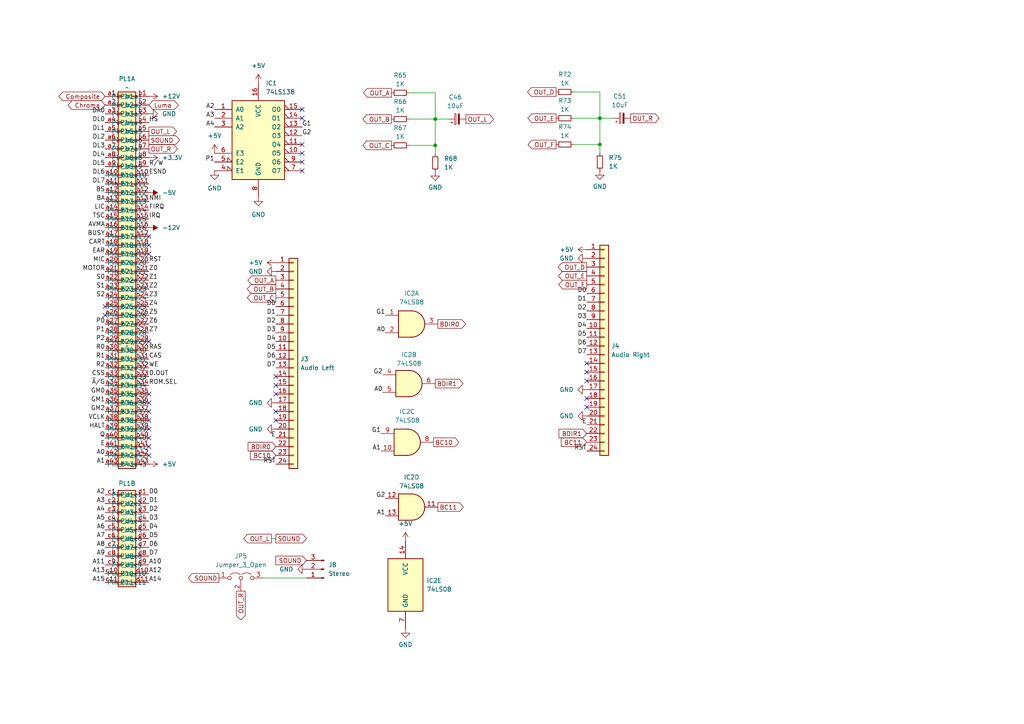
<source format=kicad_sch>
(kicad_sch (version 20250114) (generator "eeschema") (generator_version "9.0")
  (paper "A4")
  (lib_symbols
    (symbol "74xx:74LS08" (pin_names (offset 1.016))
      (property "Reference" "U" (at 0 1.27 0))
      (property "Value" "74LS08" (at 0 -1.27 0))
      (symbol "74LS08_1_1"
        (pin input line (at -7.62 2.54 0) (length 3.81) (name "~") (number "1"))
        (pin input line (at -7.62 -2.54 0) (length 3.81) (name "~") (number "2"))
        (pin output line (at 7.62 0 180) (length 3.81) (name "~") (number "3"))
      )
      (symbol "74LS08_1_2"
        (pin input inverted (at -7.62 2.54 0) (length 4.318) (name "~") (number "1"))
        (pin input inverted (at -7.62 -2.54 0) (length 4.318) (name "~") (number "2"))
        (pin output inverted (at 7.62 0 180) (length 3.81) (name "~") (number "3"))
      )
      (symbol "74LS08_2_1"
        (pin input line (at -7.62 2.54 0) (length 3.81) (name "~") (number "4"))
        (pin input line (at -7.62 -2.54 0) (length 3.81) (name "~") (number "5"))
        (pin output line (at 7.62 0 180) (length 3.81) (name "~") (number "6"))
      )
      (symbol "74LS08_2_2"
        (pin input inverted (at -7.62 2.54 0) (length 4.318) (name "~") (number "4"))
        (pin input inverted (at -7.62 -2.54 0) (length 4.318) (name "~") (number "5"))
        (pin output inverted (at 7.62 0 180) (length 3.81) (name "~") (number "6"))
      )
      (symbol "74LS08_3_1"
        (pin input line (at -7.62 2.54 0) (length 3.81) (name "~") (number "9"))
        (pin input line (at -7.62 -2.54 0) (length 3.81) (name "~") (number "10"))
        (pin output line (at 7.62 0 180) (length 3.81) (name "~") (number "8"))
      )
      (symbol "74LS08_3_2"
        (pin input inverted (at -7.62 2.54 0) (length 4.318) (name "~") (number "9"))
        (pin input inverted (at -7.62 -2.54 0) (length 4.318) (name "~") (number "10"))
        (pin output inverted (at 7.62 0 180) (length 3.81) (name "~") (number "8"))
      )
      (symbol "74LS08_4_1"
        (pin input line (at -7.62 2.54 0) (length 3.81) (name "~") (number "12"))
        (pin input line (at -7.62 -2.54 0) (length 3.81) (name "~") (number "13"))
        (pin output line (at 7.62 0 180) (length 3.81) (name "~") (number "11"))
      )
      (symbol "74LS08_4_2"
        (pin input inverted (at -7.62 2.54 0) (length 4.318) (name "~") (number "12"))
        (pin input inverted (at -7.62 -2.54 0) (length 4.318) (name "~") (number "13"))
        (pin output inverted (at 7.62 0 180) (length 3.81) (name "~") (number "11"))
      )
      (symbol "74LS08_5_0"
        (pin power_in line (at 0 12.7 270) (length 5.08) (name "VCC") (number "14"))
        (pin power_in line (at 0 -12.7 90) (length 5.08) (name "GND") (number "7"))
      )
    )
    (symbol "74xx:74LS138" (pin_names (offset 1.016))
      (property "Reference" "U" (at -7.62 11.43 0))
      (property "Value" "74LS138" (at -7.62 -13.97 0))
      (symbol "74LS138_1_0"
        (pin input line (at -12.7 7.62 0) (length 5.08) (name "A0") (number "1"))
        (pin input line (at -12.7 5.08 0) (length 5.08) (name "A1") (number "2"))
        (pin input line (at -12.7 2.54 0) (length 5.08) (name "A2") (number "3"))
        (pin input line (at -12.7 -5.08 0) (length 5.08) (name "E3") (number "6"))
        (pin input input_low (at -12.7 -7.62 0) (length 5.08) (name "E2") (number "5"))
        (pin input input_low (at -12.7 -10.16 0) (length 5.08) (name "E1") (number "4"))
        (pin power_in line (at 0 15.24 270) (length 5.08) (name "VCC") (number "16"))
        (pin power_in line (at 0 -17.78 90) (length 5.08) (name "GND") (number "8"))
        (pin output output_low (at 12.7 7.62 180) (length 5.08) (name "O0") (number "15"))
        (pin output output_low (at 12.7 5.08 180) (length 5.08) (name "O1") (number "14"))
        (pin output output_low (at 12.7 2.54 180) (length 5.08) (name "O2") (number "13"))
        (pin output output_low (at 12.7 0 180) (length 5.08) (name "O3") (number "12"))
        (pin output output_low (at 12.7 -2.54 180) (length 5.08) (name "O4") (number "11"))
        (pin output output_low (at 12.7 -5.08 180) (length 5.08) (name "O5") (number "10"))
        (pin output output_low (at 12.7 -7.62 180) (length 5.08) (name "O6") (number "9"))
        (pin output output_low (at 12.7 -10.16 180) (length 5.08) (name "O7") (number "7"))
      )
    )
    (symbol "Card_Edge_1"
      (symbol "Card_Edge_1_1_1"
        (pin passive line (at -6.35 53.34 0) (length 3.81) (name "Pin_a1") (number "a1"))
        (pin passive line (at -6.35 50.8 0) (length 3.81) (name "Pin_a2") (number "a2"))
        (pin passive line (at -6.35 48.26 0) (length 3.81) (name "Pin_a3") (number "a3"))
        (pin passive line (at -6.35 45.72 0) (length 3.81) (name "Pin_a4") (number "a4"))
        (pin passive line (at -6.35 43.18 0) (length 3.81) (name "Pin_a5") (number "a5"))
        (pin passive line (at -6.35 40.64 0) (length 3.81) (name "Pin_a6") (number "a6"))
        (pin passive line (at -6.35 38.1 0) (length 3.81) (name "Pin_a7") (number "a7"))
        (pin passive line (at -6.35 35.56 0) (length 3.81) (name "Pin_a8") (number "a8"))
        (pin passive line (at -6.35 33.02 0) (length 3.81) (name "Pin_a9") (number "a9"))
        (pin passive line (at -6.35 30.48 0) (length 3.81) (name "Pin_a10") (number "a10"))
        (pin passive line (at -6.35 27.94 0) (length 3.81) (name "Pin_a11") (number "a11"))
        (pin passive line (at -6.35 25.4 0) (length 3.81) (name "Pin_a12") (number "a12"))
        (pin passive line (at -6.35 22.86 0) (length 3.81) (name "Pin_a13") (number "a13"))
        (pin passive line (at -6.35 20.32 0) (length 3.81) (name "Pin_a14") (number "a14"))
        (pin passive line (at -6.35 17.78 0) (length 3.81) (name "Pin_a15") (number "a15"))
        (pin passive line (at -6.35 15.24 0) (length 3.81) (name "Pin_a16") (number "a16"))
        (pin passive line (at -6.35 12.7 0) (length 3.81) (name "Pin_a17") (number "a17"))
        (pin passive line (at -6.35 10.16 0) (length 3.81) (name "Pin_a18") (number "a18"))
        (pin passive line (at -6.35 7.62 0) (length 3.81) (name "Pin_a19") (number "a19"))
        (pin passive line (at -6.35 5.08 0) (length 3.81) (name "Pin_a20") (number "a20"))
        (pin passive line (at -6.35 2.54 0) (length 3.81) (name "Pin_a21") (number "a21"))
        (pin passive line (at -6.35 0 0) (length 3.81) (name "Pin_a22") (number "a22"))
        (pin passive line (at -6.35 -2.54 0) (length 3.81) (name "Pin_a23") (number "a23"))
        (pin passive line (at -6.35 -5.08 0) (length 3.81) (name "Pin_a24") (number "a24"))
        (pin passive line (at -6.35 -7.62 0) (length 3.81) (name "Pin_a25") (number "a25"))
        (pin passive line (at -6.35 -10.16 0) (length 3.81) (name "Pin_a26") (number "a26"))
        (pin passive line (at -6.35 -12.7 0) (length 3.81) (name "Pin_a27") (number "a27"))
        (pin passive line (at -6.35 -15.24 0) (length 3.81) (name "Pin_a28") (number "a28"))
        (pin passive line (at -6.35 -17.78 0) (length 3.81) (name "Pin_a29") (number "a29"))
        (pin passive line (at -6.35 -20.32 0) (length 3.81) (name "Pin_a30") (number "a30"))
        (pin passive line (at -6.35 -22.86 0) (length 3.81) (name "Pin_a31") (number "a31"))
        (pin passive line (at -6.35 -25.4 0) (length 3.81) (name "Pin_a32") (number "a32"))
        (pin passive line (at -6.35 -27.94 0) (length 3.81) (name "Pin_a33") (number "a33"))
        (pin passive line (at -6.35 -30.48 0) (length 3.81) (name "Pin_a34") (number "a34"))
        (pin passive line (at -6.35 -33.02 0) (length 3.81) (name "Pin_a35") (number "a35"))
        (pin passive line (at -6.35 -35.56 0) (length 3.81) (name "Pin_a36") (number "a36"))
        (pin passive line (at -6.35 -38.1 0) (length 3.81) (name "Pin_a37") (number "a37"))
        (pin passive line (at -6.35 -40.64 0) (length 3.81) (name "Pin_a38") (number "a38"))
        (pin passive line (at -6.35 -43.18 0) (length 3.81) (name "Pin_a39") (number "a39"))
        (pin passive line (at -6.35 -45.72 0) (length 3.81) (name "Pin_a40") (number "a40"))
        (pin passive line (at -6.35 -48.26 0) (length 3.81) (name "Pin_a41") (number "a41"))
        (pin passive line (at -6.35 -50.8 0) (length 3.81) (name "Pin_a42") (number "a42"))
        (pin passive line (at -6.35 -53.34 0) (length 3.81) (name "Pin_a43") (number "a43"))
        (pin passive line (at 6.35 53.34 180) (length 3.81) (name "Pin_b1") (number "b1"))
        (pin passive line (at 6.35 50.8 180) (length 3.81) (name "Pin_b2") (number "b2"))
        (pin passive line (at 6.35 48.26 180) (length 3.81) (name "Pin_b3") (number "b3"))
        (pin passive line (at 6.35 45.72 180) (length 3.81) (name "Pin_b4") (number "b4"))
        (pin passive line (at 6.35 43.18 180) (length 3.81) (name "Pin_b5") (number "b5"))
        (pin passive line (at 6.35 40.64 180) (length 3.81) (name "Pin_b6") (number "b6"))
        (pin passive line (at 6.35 38.1 180) (length 3.81) (name "Pin_b7") (number "b7"))
        (pin passive line (at 6.35 35.56 180) (length 3.81) (name "Pin_b8") (number "b8"))
        (pin passive line (at 6.35 33.02 180) (length 3.81) (name "Pin_b9") (number "b9"))
        (pin passive line (at 6.35 30.48 180) (length 3.81) (name "Pin_b10") (number "b10"))
        (pin passive line (at 6.35 27.94 180) (length 3.81) (name "Pin_b11") (number "b11"))
        (pin passive line (at 6.35 25.4 180) (length 3.81) (name "Pin_b12") (number "b12"))
        (pin passive line (at 6.35 22.86 180) (length 3.81) (name "Pin_b13") (number "b13"))
        (pin passive line (at 6.35 20.32 180) (length 3.81) (name "Pin_b14") (number "b14"))
        (pin passive line (at 6.35 17.78 180) (length 3.81) (name "Pin_b15") (number "b15"))
        (pin passive line (at 6.35 15.24 180) (length 3.81) (name "Pin_b16") (number "b16"))
        (pin passive line (at 6.35 12.7 180) (length 3.81) (name "Pin_b17") (number "b17"))
        (pin passive line (at 6.35 10.16 180) (length 3.81) (name "Pin_b18") (number "b18"))
        (pin passive line (at 6.35 7.62 180) (length 3.81) (name "Pin_b19") (number "b19"))
        (pin passive line (at 6.35 5.08 180) (length 3.81) (name "Pin_b20") (number "b20"))
        (pin passive line (at 6.35 2.54 180) (length 3.81) (name "Pin_b21") (number "b21"))
        (pin passive line (at 6.35 0 180) (length 3.81) (name "Pin_b22") (number "b22"))
        (pin passive line (at 6.35 -2.54 180) (length 3.81) (name "Pin_b23") (number "b23"))
        (pin passive line (at 6.35 -5.08 180) (length 3.81) (name "Pin_b24") (number "b24"))
        (pin passive line (at 6.35 -7.62 180) (length 3.81) (name "Pin_b25") (number "b25"))
        (pin passive line (at 6.35 -10.16 180) (length 3.81) (name "Pin_b26") (number "b26"))
        (pin passive line (at 6.35 -12.7 180) (length 3.81) (name "Pin_b27") (number "b27"))
        (pin passive line (at 6.35 -15.24 180) (length 3.81) (name "Pin_b28") (number "b28"))
        (pin passive line (at 6.35 -17.78 180) (length 3.81) (name "Pin_b29") (number "b29"))
        (pin passive line (at 6.35 -20.32 180) (length 3.81) (name "Pin_b30") (number "b30"))
        (pin passive line (at 6.35 -22.86 180) (length 3.81) (name "Pin_b31") (number "b31"))
        (pin passive line (at 6.35 -25.4 180) (length 3.81) (name "Pin_b32") (number "b32"))
        (pin passive line (at 6.35 -27.94 180) (length 3.81) (name "Pin_b33") (number "b33"))
        (pin passive line (at 6.35 -30.48 180) (length 3.81) (name "Pin_b34") (number "b34"))
        (pin passive line (at 6.35 -33.02 180) (length 3.81) (name "Pin_b35") (number "b35"))
        (pin passive line (at 6.35 -35.56 180) (length 3.81) (name "Pin_b36") (number "b36"))
        (pin passive line (at 6.35 -38.1 180) (length 3.81) (name "Pin_b37") (number "b37"))
        (pin passive line (at 6.35 -40.64 180) (length 3.81) (name "Pin_b38") (number "b38"))
        (pin passive line (at 6.35 -43.18 180) (length 3.81) (name "Pin_b39") (number "b39"))
        (pin passive line (at 6.35 -45.72 180) (length 3.81) (name "Pin_b40") (number "b40"))
        (pin passive line (at 6.35 -48.26 180) (length 3.81) (name "Pin_b41") (number "b41"))
        (pin passive line (at 6.35 -50.8 180) (length 3.81) (name "Pin_b42") (number "b42"))
        (pin passive line (at 6.35 -53.34 180) (length 3.81) (name "Pin_b43") (number "b43"))
      )
      (symbol "Card_Edge_1_2_1"
        (pin passive line (at -6.35 12.7 0) (length 3.81) (name "Pin_c1") (number "c1"))
        (pin passive line (at -6.35 10.16 0) (length 3.81) (name "Pin_c2") (number "c2"))
        (pin passive line (at -6.35 7.62 0) (length 3.81) (name "Pin_c3") (number "c3"))
        (pin passive line (at -6.35 5.08 0) (length 3.81) (name "Pin_c4") (number "c4"))
        (pin passive line (at -6.35 2.54 0) (length 3.81) (name "Pin_c5") (number "c5"))
        (pin passive line (at -6.35 0 0) (length 3.81) (name "Pin_c6") (number "c6"))
        (pin passive line (at -6.35 -2.54 0) (length 3.81) (name "Pin_c7") (number "c7"))
        (pin passive line (at -6.35 -5.08 0) (length 3.81) (name "Pin_c8") (number "c8"))
        (pin passive line (at -6.35 -7.62 0) (length 3.81) (name "Pin_c9") (number "c9"))
        (pin passive line (at -6.35 -10.16 0) (length 3.81) (name "Pin_c10") (number "c10"))
        (pin passive line (at -6.35 -12.7 0) (length 3.81) (name "Pin_c11") (number "c11"))
        (pin passive line (at 6.35 12.7 180) (length 3.81) (name "Pin_d1") (number "d1"))
        (pin passive line (at 6.35 10.16 180) (length 3.81) (name "Pin_d2") (number "d2"))
        (pin passive line (at 6.35 7.62 180) (length 3.81) (name "Pin_d3") (number "d3"))
        (pin passive line (at 6.35 5.08 180) (length 3.81) (name "Pin_d4") (number "d4"))
        (pin passive line (at 6.35 2.54 180) (length 3.81) (name "Pin_d5") (number "d5"))
        (pin passive line (at 6.35 0 180) (length 3.81) (name "Pin_d6") (number "d6"))
        (pin passive line (at 6.35 -2.54 180) (length 3.81) (name "Pin_d7") (number "d7"))
        (pin passive line (at 6.35 -5.08 180) (length 3.81) (name "Pin_d8") (number "d8"))
        (pin passive line (at 6.35 -7.62 180) (length 3.81) (name "Pin_d9") (number "d9"))
        (pin passive line (at 6.35 -10.16 180) (length 3.81) (name "Pin_d10") (number "d10"))
        (pin passive line (at 6.35 -12.7 180) (length 3.81) (name "Pin_d11") (number "d11"))
      )
    )
    (symbol "Connector:Conn_01x03_Pin" (pin_names (offset 1.016) (hide yes))
      (property "Reference" "J" (at 0 5.08 0))
      (property "Value" "Conn_01x03_Pin" (at 0 -5.08 0))
      (symbol "Conn_01x03_Pin_1_1"
        (pin passive line (at 5.08 2.54 180) (length 3.81) (name "Pin_1") (number "1"))
        (pin passive line (at 5.08 0 180) (length 3.81) (name "Pin_2") (number "2"))
        (pin passive line (at 5.08 -2.54 180) (length 3.81) (name "Pin_3") (number "3"))
      )
    )
    (symbol "Connector_Generic:Conn_01x24" (pin_names (offset 1.016) (hide yes))
      (property "Reference" "J" (at 0 30.48 0))
      (property "Value" "Conn_01x24" (at 0 -33.02 0))
      (symbol "Conn_01x24_1_1"
        (pin passive line (at -5.08 27.94 0) (length 3.81) (name "Pin_1") (number "1"))
        (pin passive line (at -5.08 25.4 0) (length 3.81) (name "Pin_2") (number "2"))
        (pin passive line (at -5.08 22.86 0) (length 3.81) (name "Pin_3") (number "3"))
        (pin passive line (at -5.08 20.32 0) (length 3.81) (name "Pin_4") (number "4"))
        (pin passive line (at -5.08 17.78 0) (length 3.81) (name "Pin_5") (number "5"))
        (pin passive line (at -5.08 15.24 0) (length 3.81) (name "Pin_6") (number "6"))
        (pin passive line (at -5.08 12.7 0) (length 3.81) (name "Pin_7") (number "7"))
        (pin passive line (at -5.08 10.16 0) (length 3.81) (name "Pin_8") (number "8"))
        (pin passive line (at -5.08 7.62 0) (length 3.81) (name "Pin_9") (number "9"))
        (pin passive line (at -5.08 5.08 0) (length 3.81) (name "Pin_10") (number "10"))
        (pin passive line (at -5.08 2.54 0) (length 3.81) (name "Pin_11") (number "11"))
        (pin passive line (at -5.08 0 0) (length 3.81) (name "Pin_12") (number "12"))
        (pin passive line (at -5.08 -2.54 0) (length 3.81) (name "Pin_13") (number "13"))
        (pin passive line (at -5.08 -5.08 0) (length 3.81) (name "Pin_14") (number "14"))
        (pin passive line (at -5.08 -7.62 0) (length 3.81) (name "Pin_15") (number "15"))
        (pin passive line (at -5.08 -10.16 0) (length 3.81) (name "Pin_16") (number "16"))
        (pin passive line (at -5.08 -12.7 0) (length 3.81) (name "Pin_17") (number "17"))
        (pin passive line (at -5.08 -15.24 0) (length 3.81) (name "Pin_18") (number "18"))
        (pin passive line (at -5.08 -17.78 0) (length 3.81) (name "Pin_19") (number "19"))
        (pin passive line (at -5.08 -20.32 0) (length 3.81) (name "Pin_20") (number "20"))
        (pin passive line (at -5.08 -22.86 0) (length 3.81) (name "Pin_21") (number "21"))
        (pin passive line (at -5.08 -25.4 0) (length 3.81) (name "Pin_22") (number "22"))
        (pin passive line (at -5.08 -27.94 0) (length 3.81) (name "Pin_23") (number "23"))
        (pin passive line (at -5.08 -30.48 0) (length 3.81) (name "Pin_24") (number "24"))
      )
    )
    (symbol "Device:C_Polarized_Small" (pin_numbers (hide yes)) (pin_names (offset 0.254) (hide yes))
      (property "Reference" "C" (at 0.254 1.778 0))
      (property "Value" "C_Polarized_Small" (at 0.254 -2.032 0))
      (symbol "C_Polarized_Small_1_1"
        (pin passive line (at 0 2.54 270) (length 1.8542) (name "~") (number "1"))
        (pin passive line (at 0 -2.54 90) (length 1.8542) (name "~") (number "2"))
      )
    )
    (symbol "Device:R_Small" (pin_numbers (hide yes)) (pin_names (offset 0.254) (hide yes))
      (property "Reference" "R" (at 0.762 0.508 0))
      (property "Value" "R_Small" (at 0.762 -1.016 0))
      (symbol "R_Small_1_1"
        (pin passive line (at 0 2.54 270) (length 0.762) (name "~") (number "1"))
        (pin passive line (at 0 -2.54 90) (length 0.762) (name "~") (number "2"))
      )
    )
    (symbol "GND_1" (power) (pin_numbers (hide yes)) (pin_names (offset 0) (hide yes))
      (property "Value" "GND" (at 0 -3.81 0))
      (symbol "GND_1_1_1"
        (pin power_in line (at 0 0 270) (length 0) (name "~") (number "1"))
      )
    )
    (symbol "Jumper:Jumper_3_Open" (pin_names (offset 0) (hide yes))
      (property "Reference" "JP" (at -2.54 -2.54 0))
      (property "Value" "Jumper_3_Open" (at 0 2.794 0))
      (symbol "Jumper_3_Open_1_1"
        (pin passive line (at -6.35 0 0) (length 2.54) (name "A") (number "1"))
        (pin passive line (at 0 -3.81 90) (length 2.54) (name "C") (number "2"))
        (pin passive line (at 6.35 0 180) (length 2.54) (name "B") (number "3"))
      )
    )
    (symbol "Library:Card_Edge"
      (symbol "Card_Edge_1_1"
        (pin passive line (at -6.35 53.34 0) (length 3.81) (name "Pin_a1") (number "a1"))
        (pin passive line (at -6.35 50.8 0) (length 3.81) (name "Pin_a2") (number "a2"))
        (pin passive line (at -6.35 48.26 0) (length 3.81) (name "Pin_a3") (number "a3"))
        (pin passive line (at -6.35 45.72 0) (length 3.81) (name "Pin_a4") (number "a4"))
        (pin passive line (at -6.35 43.18 0) (length 3.81) (name "Pin_a5") (number "a5"))
        (pin passive line (at -6.35 40.64 0) (length 3.81) (name "Pin_a6") (number "a6"))
        (pin passive line (at -6.35 38.1 0) (length 3.81) (name "Pin_a7") (number "a7"))
        (pin passive line (at -6.35 35.56 0) (length 3.81) (name "Pin_a8") (number "a8"))
        (pin passive line (at -6.35 33.02 0) (length 3.81) (name "Pin_a9") (number "a9"))
        (pin passive line (at -6.35 30.48 0) (length 3.81) (name "Pin_a10") (number "a10"))
        (pin passive line (at -6.35 27.94 0) (length 3.81) (name "Pin_a11") (number "a11"))
        (pin passive line (at -6.35 25.4 0) (length 3.81) (name "Pin_a12") (number "a12"))
        (pin passive line (at -6.35 22.86 0) (length 3.81) (name "Pin_a13") (number "a13"))
        (pin passive line (at -6.35 20.32 0) (length 3.81) (name "Pin_a14") (number "a14"))
        (pin passive line (at -6.35 17.78 0) (length 3.81) (name "Pin_a15") (number "a15"))
        (pin passive line (at -6.35 15.24 0) (length 3.81) (name "Pin_a16") (number "a16"))
        (pin passive line (at -6.35 12.7 0) (length 3.81) (name "Pin_a17") (number "a17"))
        (pin passive line (at -6.35 10.16 0) (length 3.81) (name "Pin_a18") (number "a18"))
        (pin passive line (at -6.35 7.62 0) (length 3.81) (name "Pin_a19") (number "a19"))
        (pin passive line (at -6.35 5.08 0) (length 3.81) (name "Pin_a20") (number "a20"))
        (pin passive line (at -6.35 2.54 0) (length 3.81) (name "Pin_a21") (number "a21"))
        (pin passive line (at -6.35 0 0) (length 3.81) (name "Pin_a22") (number "a22"))
        (pin passive line (at -6.35 -2.54 0) (length 3.81) (name "Pin_a23") (number "a23"))
        (pin passive line (at -6.35 -5.08 0) (length 3.81) (name "Pin_a24") (number "a24"))
        (pin passive line (at -6.35 -7.62 0) (length 3.81) (name "Pin_a25") (number "a25"))
        (pin passive line (at -6.35 -10.16 0) (length 3.81) (name "Pin_a26") (number "a26"))
        (pin passive line (at -6.35 -12.7 0) (length 3.81) (name "Pin_a27") (number "a27"))
        (pin passive line (at -6.35 -15.24 0) (length 3.81) (name "Pin_a28") (number "a28"))
        (pin passive line (at -6.35 -17.78 0) (length 3.81) (name "Pin_a29") (number "a29"))
        (pin passive line (at -6.35 -20.32 0) (length 3.81) (name "Pin_a30") (number "a30"))
        (pin passive line (at -6.35 -22.86 0) (length 3.81) (name "Pin_a31") (number "a31"))
        (pin passive line (at -6.35 -25.4 0) (length 3.81) (name "Pin_a32") (number "a32"))
        (pin passive line (at -6.35 -27.94 0) (length 3.81) (name "Pin_a33") (number "a33"))
        (pin passive line (at -6.35 -30.48 0) (length 3.81) (name "Pin_a34") (number "a34"))
        (pin passive line (at -6.35 -33.02 0) (length 3.81) (name "Pin_a35") (number "a35"))
        (pin passive line (at -6.35 -35.56 0) (length 3.81) (name "Pin_a36") (number "a36"))
        (pin passive line (at -6.35 -38.1 0) (length 3.81) (name "Pin_a37") (number "a37"))
        (pin passive line (at -6.35 -40.64 0) (length 3.81) (name "Pin_a38") (number "a38"))
        (pin passive line (at -6.35 -43.18 0) (length 3.81) (name "Pin_a39") (number "a39"))
        (pin passive line (at -6.35 -45.72 0) (length 3.81) (name "Pin_a40") (number "a40"))
        (pin passive line (at -6.35 -48.26 0) (length 3.81) (name "Pin_a41") (number "a41"))
        (pin passive line (at -6.35 -50.8 0) (length 3.81) (name "Pin_a42") (number "a42"))
        (pin passive line (at -6.35 -53.34 0) (length 3.81) (name "Pin_a43") (number "a43"))
        (pin passive line (at 6.35 53.34 180) (length 3.81) (name "Pin_b1") (number "b1"))
        (pin passive line (at 6.35 50.8 180) (length 3.81) (name "Pin_b2") (number "b2"))
        (pin passive line (at 6.35 48.26 180) (length 3.81) (name "Pin_b3") (number "b3"))
        (pin passive line (at 6.35 45.72 180) (length 3.81) (name "Pin_b4") (number "b4"))
        (pin passive line (at 6.35 43.18 180) (length 3.81) (name "Pin_b5") (number "b5"))
        (pin passive line (at 6.35 40.64 180) (length 3.81) (name "Pin_b6") (number "b6"))
        (pin passive line (at 6.35 38.1 180) (length 3.81) (name "Pin_b7") (number "b7"))
        (pin passive line (at 6.35 35.56 180) (length 3.81) (name "Pin_b8") (number "b8"))
        (pin passive line (at 6.35 33.02 180) (length 3.81) (name "Pin_b9") (number "b9"))
        (pin passive line (at 6.35 30.48 180) (length 3.81) (name "Pin_b10") (number "b10"))
        (pin passive line (at 6.35 27.94 180) (length 3.81) (name "Pin_b11") (number "b11"))
        (pin passive line (at 6.35 25.4 180) (length 3.81) (name "Pin_b12") (number "b12"))
        (pin passive line (at 6.35 22.86 180) (length 3.81) (name "Pin_b13") (number "b13"))
        (pin passive line (at 6.35 20.32 180) (length 3.81) (name "Pin_b14") (number "b14"))
        (pin passive line (at 6.35 17.78 180) (length 3.81) (name "Pin_b15") (number "b15"))
        (pin passive line (at 6.35 15.24 180) (length 3.81) (name "Pin_b16") (number "b16"))
        (pin passive line (at 6.35 12.7 180) (length 3.81) (name "Pin_b17") (number "b17"))
        (pin passive line (at 6.35 10.16 180) (length 3.81) (name "Pin_b18") (number "b18"))
        (pin passive line (at 6.35 7.62 180) (length 3.81) (name "Pin_b19") (number "b19"))
        (pin passive line (at 6.35 5.08 180) (length 3.81) (name "Pin_b20") (number "b20"))
        (pin passive line (at 6.35 2.54 180) (length 3.81) (name "Pin_b21") (number "b21"))
        (pin passive line (at 6.35 0 180) (length 3.81) (name "Pin_b22") (number "b22"))
        (pin passive line (at 6.35 -2.54 180) (length 3.81) (name "Pin_b23") (number "b23"))
        (pin passive line (at 6.35 -5.08 180) (length 3.81) (name "Pin_b24") (number "b24"))
        (pin passive line (at 6.35 -7.62 180) (length 3.81) (name "Pin_b25") (number "b25"))
        (pin passive line (at 6.35 -10.16 180) (length 3.81) (name "Pin_b26") (number "b26"))
        (pin passive line (at 6.35 -12.7 180) (length 3.81) (name "Pin_b27") (number "b27"))
        (pin passive line (at 6.35 -15.24 180) (length 3.81) (name "Pin_b28") (number "b28"))
        (pin passive line (at 6.35 -17.78 180) (length 3.81) (name "Pin_b29") (number "b29"))
        (pin passive line (at 6.35 -20.32 180) (length 3.81) (name "Pin_b30") (number "b30"))
        (pin passive line (at 6.35 -22.86 180) (length 3.81) (name "Pin_b31") (number "b31"))
        (pin passive line (at 6.35 -25.4 180) (length 3.81) (name "Pin_b32") (number "b32"))
        (pin passive line (at 6.35 -27.94 180) (length 3.81) (name "Pin_b33") (number "b33"))
        (pin passive line (at 6.35 -30.48 180) (length 3.81) (name "Pin_b34") (number "b34"))
        (pin passive line (at 6.35 -33.02 180) (length 3.81) (name "Pin_b35") (number "b35"))
        (pin passive line (at 6.35 -35.56 180) (length 3.81) (name "Pin_b36") (number "b36"))
        (pin passive line (at 6.35 -38.1 180) (length 3.81) (name "Pin_b37") (number "b37"))
        (pin passive line (at 6.35 -40.64 180) (length 3.81) (name "Pin_b38") (number "b38"))
        (pin passive line (at 6.35 -43.18 180) (length 3.81) (name "Pin_b39") (number "b39"))
        (pin passive line (at 6.35 -45.72 180) (length 3.81) (name "Pin_b40") (number "b40"))
        (pin passive line (at 6.35 -48.26 180) (length 3.81) (name "Pin_b41") (number "b41"))
        (pin passive line (at 6.35 -50.8 180) (length 3.81) (name "Pin_b42") (number "b42"))
        (pin passive line (at 6.35 -53.34 180) (length 3.81) (name "Pin_b43") (number "b43"))
      )
      (symbol "Card_Edge_2_1"
        (pin passive line (at -6.35 12.7 0) (length 3.81) (name "Pin_c1") (number "c1"))
        (pin passive line (at -6.35 10.16 0) (length 3.81) (name "Pin_c2") (number "c2"))
        (pin passive line (at -6.35 7.62 0) (length 3.81) (name "Pin_c3") (number "c3"))
        (pin passive line (at -6.35 5.08 0) (length 3.81) (name "Pin_c4") (number "c4"))
        (pin passive line (at -6.35 2.54 0) (length 3.81) (name "Pin_c5") (number "c5"))
        (pin passive line (at -6.35 0 0) (length 3.81) (name "Pin_c6") (number "c6"))
        (pin passive line (at -6.35 -2.54 0) (length 3.81) (name "Pin_c7") (number "c7"))
        (pin passive line (at -6.35 -5.08 0) (length 3.81) (name "Pin_c8") (number "c8"))
        (pin passive line (at -6.35 -7.62 0) (length 3.81) (name "Pin_c9") (number "c9"))
        (pin passive line (at -6.35 -10.16 0) (length 3.81) (name "Pin_c10") (number "c10"))
        (pin passive line (at -6.35 -12.7 0) (length 3.81) (name "Pin_c11") (number "c11"))
        (pin passive line (at 6.35 12.7 180) (length 3.81) (name "Pin_d1") (number "d1"))
        (pin passive line (at 6.35 10.16 180) (length 3.81) (name "Pin_d2") (number "d2"))
        (pin passive line (at 6.35 7.62 180) (length 3.81) (name "Pin_d3") (number "d3"))
        (pin passive line (at 6.35 5.08 180) (length 3.81) (name "Pin_d4") (number "d4"))
        (pin passive line (at 6.35 2.54 180) (length 3.81) (name "Pin_d5") (number "d5"))
        (pin passive line (at 6.35 0 180) (length 3.81) (name "Pin_d6") (number "d6"))
        (pin passive line (at 6.35 -2.54 180) (length 3.81) (name "Pin_d7") (number "d7"))
        (pin passive line (at 6.35 -5.08 180) (length 3.81) (name "Pin_d8") (number "d8"))
        (pin passive line (at 6.35 -7.62 180) (length 3.81) (name "Pin_d9") (number "d9"))
        (pin passive line (at 6.35 -10.16 180) (length 3.81) (name "Pin_d10") (number "d10"))
        (pin passive line (at 6.35 -12.7 180) (length 3.81) (name "Pin_d11") (number "d11"))
      )
    )
    (symbol "power:+12V" (power) (pin_numbers (hide yes)) (pin_names (offset 0) (hide yes))
      (property "Value" "+12V" (at 0 3.556 0))
      (symbol "+12V_1_1"
        (pin power_in line (at 0 0 90) (length 0) (name "~") (number "1"))
      )
    )
    (symbol "power:+3.3V" (power) (pin_numbers (hide yes)) (pin_names (offset 0) (hide yes))
      (property "Value" "+3.3V" (at 0 3.556 0))
      (symbol "+3.3V_1_1"
        (pin power_in line (at 0 0 90) (length 0) (name "~") (number "1"))
      )
    )
    (symbol "power:+5V" (power) (pin_names (offset 0))
      (property "Value" "+5V" (at 0 3.556 0))
      (symbol "+5V_1_1"
        (pin power_in line (at 0 0 90) (length 0) (hide yes) (name "+5V") (number "1"))
      )
    )
    (symbol "power:-12V" (power) (pin_numbers (hide yes)) (pin_names (offset 0) (hide yes))
      (property "Value" "-12V" (at 0 3.556 0))
      (symbol "-12V_0_0"
        (pin power_in line (at 0 0 90) (length 0) (name "~") (number "1"))
      )
    )
    (symbol "power:-5V" (power) (pin_numbers (hide yes)) (pin_names (offset 0) (hide yes))
      (property "Value" "-5V" (at 0 3.556 0))
      (symbol "-5V_0_0"
        (pin power_in line (at 0 0 90) (length 0) (name "~") (number "1"))
      )
    )
    (symbol "power:GND" (power) (pin_names (offset 0))
      (property "Value" "GND" (at 0 -3.81 0))
      (symbol "GND_1_1"
        (pin power_in line (at 0 0 270) (length 0) (hide yes) (name "GND") (number "1"))
      )
    )
  )
  (junction (at 173.99 34.29))
  (junction (at 126.238 34.544))
  (junction (at 126.238 42.164))
  (junction (at 173.99 41.91))
  (no_connect (at 80.01 109.22))
  (no_connect (at 87.63 34.29))
  (no_connect (at 43.18 116.84))
  (no_connect (at 87.63 46.99))
  (no_connect (at 170.18 110.49))
  (no_connect (at 30.48 91.44))
  (no_connect (at 80.01 121.92))
  (no_connect (at 170.18 115.57))
  (no_connect (at 43.18 99.06))
  (no_connect (at 80.01 114.3))
  (no_connect (at 30.48 88.9))
  (no_connect (at 43.18 121.92))
  (no_connect (at 87.63 44.45))
  (no_connect (at 87.63 31.75))
  (no_connect (at 170.18 107.95))
  (no_connect (at 170.18 118.11))
  (no_connect (at 43.18 68.58))
  (no_connect (at 43.18 73.66))
  (no_connect (at 43.18 129.54))
  (no_connect (at 43.18 124.46))
  (no_connect (at 43.18 114.3))
  (no_connect (at 43.18 71.12))
  (no_connect (at 43.18 132.08))
  (no_connect (at 43.18 119.38))
  (no_connect (at 87.63 41.91))
  (no_connect (at 80.01 119.38))
  (no_connect (at 43.18 127))
  (no_connect (at 170.18 105.41))
  (no_connect (at 87.63 49.53))
  (no_connect (at 80.01 111.76))
  (wire (pts (xy 166.37 34.29) (xy 173.99 34.29)))
  (wire (pts (xy 173.99 34.29) (xy 177.8 34.29)))
  (wire (pts (xy 118.618 42.164) (xy 126.238 42.164)))
  (wire (pts (xy 173.99 41.91) (xy 173.99 44.45)))
  (wire (pts (xy 166.37 26.67) (xy 173.99 26.67)))
  (wire (pts (xy 126.238 34.544) (xy 130.048 34.544)))
  (wire (pts (xy 118.618 26.924) (xy 126.238 26.924)))
  (wire (pts (xy 118.618 34.544) (xy 126.238 34.544)))
  (wire (pts (xy 76.2 167.64) (xy 88.9 167.64)))
  (wire (pts (xy 78.74 156.21) (xy 80.01 156.21)))
  (wire (pts (xy 126.238 42.164) (xy 126.238 34.544)))
  (wire (pts (xy 166.37 41.91) (xy 173.99 41.91)))
  (wire (pts (xy 173.99 26.67) (xy 173.99 34.29)))
  (wire (pts (xy 173.99 41.91) (xy 173.99 34.29)))
  (wire (pts (xy 126.238 42.164) (xy 126.238 44.704)))
  (wire (pts (xy 126.238 26.924) (xy 126.238 34.544)))
  (label "IRQ" (at 43.18 63.5 0))
  (label "A11" (at 30.48 163.83 180))
  (label "A12" (at 43.18 166.37 0))
  (label "GM2" (at 30.48 119.38 180))
  (label "MOTOR" (at 30.48 78.74 180))
  (label "BS" (at 30.48 55.88 180))
  (label "E" (at 170.18 123.19 180))
  (label "R{slash}W" (at 43.18 48.26 0))
  (label "A9" (at 30.48 161.29 180))
  (label "A1" (at 30.48 134.62 180))
  (label "E" (at 80.01 127 180))
  (label "D4" (at 170.18 95.25 180))
  (label "D1" (at 80.01 91.44 180))
  (label "RST" (at 43.18 76.2 0))
  (label "DL2" (at 30.48 40.64 180))
  (label "A15" (at 30.48 168.91 180))
  (label "NMI" (at 43.18 58.42 0))
  (label "D7" (at 170.18 102.87 180))
  (label "RST" (at 170.18 130.81 180))
  (label "A8" (at 30.48 158.75 180))
  (label "D6" (at 80.01 104.14 180))
  (label "D6" (at 170.18 100.33 180))
  (label "A4" (at 62.23 36.83 180))
  (label "D5" (at 170.18 97.79 180))
  (label "Z0" (at 43.18 78.74 0))
  (label "LIC" (at 30.48 60.96 180))
  (label "D2" (at 80.01 93.98 180))
  (label "D1" (at 43.18 146.05 0))
  (label "D4" (at 80.01 99.06 180))
  (label "A2" (at 30.48 143.51 180))
  (label "ROM.SEL" (at 43.18 111.76 0))
  (label "CSS" (at 30.48 109.22 180))
  (label "D.OUT" (at 43.18 109.22 0))
  (label "EAR" (at 30.48 73.66 180))
  (label "D3" (at 80.01 96.52 180))
  (label "D5" (at 43.18 156.21 0))
  (label "A2" (at 62.23 31.75 180))
  (label "S2" (at 30.48 86.36 180))
  (label "D1" (at 170.18 87.63 180))
  (label "TSC" (at 30.48 63.5 180))
  (label "R1" (at 30.48 104.14 180))
  (label "Z6" (at 43.18 93.98 0))
  (label "HS" (at 43.18 35.56 0))
  (label "D2" (at 170.18 90.17 180))
  (label "G1" (at 87.63 36.83 0))
  (label "DL5" (at 30.48 48.26 180))
  (label "DL0" (at 30.48 35.56 180))
  (label "Z3" (at 43.18 86.36 0))
  (label "G2" (at 87.63 39.37 0))
  (label "Z5" (at 43.18 91.44 0))
  (label "A3" (at 62.23 34.29 180))
  (label "A14" (at 43.18 168.91 0))
  (label "G2" (at 110.998 108.712 180))
  (label "DL4" (at 30.48 45.72 180))
  (label "AVMA" (at 30.48 66.04 180))
  (label "MIC" (at 30.48 76.2 180))
  (label "BUSY" (at 30.48 68.58 180))
  (label "DL6" (at 30.48 50.8 180))
  (label "DL3" (at 30.48 43.18 180))
  (label "A0" (at 111.76 96.52 180))
  (label "Z7" (at 43.18 96.52 0))
  (label "WE" (at 43.18 106.68 0))
  (label "A10" (at 43.18 163.83 0))
  (label "G1" (at 110.49 125.73 180))
  (label "P0" (at 30.48 93.98 180))
  (label "GM1" (at 30.48 116.84 180))
  (label "CART" (at 30.48 71.12 180))
  (label "A13" (at 30.48 166.37 180))
  (label "ESND" (at 43.18 50.8 0))
  (label "G2" (at 111.76 144.526 180))
  (label "A0" (at 110.998 113.792 180))
  (label "Z4" (at 43.18 88.9 0))
  (label "S0" (at 30.48 81.28 180))
  (label "E" (at 30.48 129.54 180))
  (label "D6" (at 43.18 158.75 0))
  (label "R0" (at 30.48 101.6 180))
  (label "VCLK" (at 30.48 121.92 180))
  (label "Z2" (at 43.18 83.82 0))
  (label "A5" (at 30.48 151.13 180))
  (label "G1" (at 111.76 91.44 180))
  (label "P1" (at 30.48 96.52 180))
  (label "HALT" (at 30.48 124.46 180))
  (label "D5" (at 80.01 101.6 180))
  (label "R2" (at 30.48 106.68 180))
  (label "S1" (at 30.48 83.82 180))
  (label "A7" (at 30.48 156.21 180))
  (label "A1" (at 111.76 149.606 180))
  (label "P2" (at 30.48 99.06 180))
  (label "D7" (at 43.18 161.29 0))
  (label "P1" (at 62.23 46.99 180))
  (label "RST" (at 80.01 134.62 180))
  (label "A6" (at 30.48 153.67 180))
  (label "BA" (at 30.48 58.42 180))
  (label "D4" (at 43.18 153.67 0))
  (label "DL7" (at 30.48 53.34 180))
  (label "DL1" (at 30.48 38.1 180))
  (label "D2" (at 43.18 148.59 0))
  (label "GM0" (at 30.48 114.3 180))
  (label "D3" (at 43.18 151.13 0))
  (label "FIRQ" (at 43.18 60.96 0))
  (label "D7" (at 80.01 106.68 180))
  (label "~{A}{slash}G" (at 30.48 111.76 180))
  (label "RAS" (at 43.18 101.6 0))
  (label "A3" (at 30.48 146.05 180))
  (label "A0" (at 30.48 132.08 180))
  (label "Z1" (at 43.18 81.28 0))
  (label "D0" (at 170.18 85.09 180))
  (label "D3" (at 170.18 92.71 180))
  (label "DA0" (at 30.48 33.02 180))
  (label "D0" (at 80.01 88.9 180))
  (label "A1" (at 110.49 130.81 180))
  (label "CAS" (at 43.18 104.14 0))
  (label "A4" (at 30.48 148.59 180))
  (label "Q" (at 30.48 127 180))
  (label "D0" (at 43.18 143.51 0))
  (global_label "OUT_R" (shape output) (at 182.88 34.29 0) (property "Intersheetrefs" "${INTERSHEET_REFS}" (effects (hide yes))))
  (global_label "OUT_D" (shape output) (at 170.18 77.47 180) (property "Intersheetrefs" "${INTERSHEET_REFS}" (effects (hide yes))))
  (global_label "BC11" (shape output) (at 127 147.066 0) (property "Intersheetrefs" "${INTERSHEET_REFS}" (effects (hide yes))))
  (global_label "OUT_L" (shape output) (at 78.74 156.21 180) (property "Intersheetrefs" "${INTERSHEET_REFS}" (effects (hide yes))))
  (global_label "OUT_R" (shape output) (at 69.85 171.45 270) (property "Intersheetrefs" "${INTERSHEET_REFS}" (effects (hide yes))))
  (global_label "BDIR1" (shape output) (at 126.238 111.252 0) (property "Intersheetrefs" "${INTERSHEET_REFS}" (effects (hide yes))))
  (global_label "SOUND" (shape input) (at 88.9 162.56 180) (property "Intersheetrefs" "${INTERSHEET_REFS}" (effects (hide yes))))
  (global_label "OUT_F" (shape output) (at 161.29 41.91 180) (property "Intersheetrefs" "${INTERSHEET_REFS}" (effects (hide yes))))
  (global_label "BC10" (shape input) (at 80.01 132.08 180) (property "Intersheetrefs" "${INTERSHEET_REFS}" (effects (hide yes))))
  (global_label "BDIR0" (shape output) (at 127 93.98 0) (property "Intersheetrefs" "${INTERSHEET_REFS}" (effects (hide yes))))
  (global_label "Chroma" (shape bidirectional) (at 30.48 30.48 180) (property "Intersheetrefs" "${INTERSHEET_REFS}" (effects (hide yes))))
  (global_label "OUT_R" (shape output) (at 43.18 43.18 0) (property "Intersheetrefs" "${INTERSHEET_REFS}" (effects (hide yes))))
  (global_label "SOUND" (shape output) (at 80.01 156.21 0) (property "Intersheetrefs" "${INTERSHEET_REFS}" (effects (hide yes))))
  (global_label "OUT_B" (shape output) (at 80.01 83.82 180) (property "Intersheetrefs" "${INTERSHEET_REFS}" (effects (hide yes))))
  (global_label "BC11" (shape input) (at 170.18 128.27 180) (property "Intersheetrefs" "${INTERSHEET_REFS}" (effects (hide yes))))
  (global_label "BC10" (shape output) (at 125.73 128.27 0) (property "Intersheetrefs" "${INTERSHEET_REFS}" (effects (hide yes))))
  (global_label "BDIR1" (shape input) (at 170.18 125.73 180) (property "Intersheetrefs" "${INTERSHEET_REFS}" (effects (hide yes))))
  (global_label "OUT_C" (shape output) (at 80.01 86.36 180) (property "Intersheetrefs" "${INTERSHEET_REFS}" (effects (hide yes))))
  (global_label "OUT_D" (shape output) (at 161.29 26.67 180) (property "Intersheetrefs" "${INTERSHEET_REFS}" (effects (hide yes))))
  (global_label "OUT_C" (shape output) (at 113.538 42.164 180) (property "Intersheetrefs" "${INTERSHEET_REFS}" (effects (hide yes))))
  (global_label "SOUND" (shape output) (at 43.18 40.64 0) (property "Intersheetrefs" "${INTERSHEET_REFS}" (effects (hide yes))))
  (global_label "OUT_L" (shape output) (at 135.128 34.544 0) (property "Intersheetrefs" "${INTERSHEET_REFS}" (effects (hide yes))))
  (global_label "OUT_A" (shape output) (at 80.01 81.28 180) (property "Intersheetrefs" "${INTERSHEET_REFS}" (effects (hide yes))))
  (global_label "OUT_B" (shape output) (at 113.538 34.544 180) (property "Intersheetrefs" "${INTERSHEET_REFS}" (effects (hide yes))))
  (global_label "OUT_E" (shape output) (at 161.29 34.29 180) (property "Intersheetrefs" "${INTERSHEET_REFS}" (effects (hide yes))))
  (global_label "OUT_E" (shape output) (at 170.18 80.01 180) (property "Intersheetrefs" "${INTERSHEET_REFS}" (effects (hide yes))))
  (global_label "OUT_F" (shape output) (at 170.18 82.55 180) (property "Intersheetrefs" "${INTERSHEET_REFS}" (effects (hide yes))))
  (global_label "Luma" (shape bidirectional) (at 43.18 30.48 0) (property "Intersheetrefs" "${INTERSHEET_REFS}" (effects (hide yes))))
  (global_label "SOUND" (shape output) (at 63.5 167.64 180) (property "Intersheetrefs" "${INTERSHEET_REFS}" (effects (hide yes))))
  (global_label "OUT_L" (shape output) (at 43.18 38.1 0) (property "Intersheetrefs" "${INTERSHEET_REFS}" (effects (hide yes))))
  (global_label "Composite" (shape bidirectional) (at 30.48 27.94 180) (property "Intersheetrefs" "${INTERSHEET_REFS}" (effects (hide yes))))
  (global_label "OUT_A" (shape output) (at 113.538 26.924 180) (property "Intersheetrefs" "${INTERSHEET_REFS}" (effects (hide yes))))
  (global_label "BDIR0" (shape input) (at 80.01 129.54 180) (property "Intersheetrefs" "${INTERSHEET_REFS}" (effects (hide yes))))
  (symbol (lib_id "power:+5V") (at 117.602 156.972 0) (unit 1)
    (property "Reference" "#PWR0148" (effects (hide yes)))
    (property "Value" "+5V" (at 117.602 151.892 0))
  )
  (symbol (lib_id "74xx:74LS08") (at 117.602 169.672 0) (unit 5)
    (property "Reference" "IC2" (at 123.698 168.402 0) (effects (justify left)))
    (property "Value" "74LS08" (at 123.698 170.942 0) (effects (justify left)))
    (property "Footprint" "Package_DIP:DIP-14_W7.62mm" (effects (hide yes)))
    (property "Datasheet" "http://www.ti.com/lit/gpn/sn74LS08" (effects (hide yes)))
  )
  (symbol (lib_id "74xx:74LS08") (at 118.11 128.27 0) (unit 3)
    (property "Reference" "IC2" (at 118.1017 119.38 0))
    (property "Value" "74LS08" (at 118.1017 121.92 0))
    (property "Footprint" "Package_DIP:DIP-14_W7.62mm" (effects (hide yes)))
    (property "Datasheet" "http://www.ti.com/lit/gpn/sn74LS08" (effects (hide yes)))
  )
  (symbol (lib_id "Connector_Generic:Conn_01x24") (at 85.09 104.14 0) (unit 1)
    (property "Reference" "J3" (at 87.122 104.14 0) (effects (justify left)))
    (property "Value" "Audio Left" (at 87.122 106.68 0) (effects (justify left)))
    (property "Footprint" "Library:AY-QTHT" (effects (hide yes)))
  )
  (symbol (lib_id "74xx:74LS08") (at 118.618 111.252 0) (unit 2)
    (property "Reference" "IC2" (at 118.6097 102.87 0))
    (property "Value" "74LS08" (at 118.6097 105.41 0))
    (property "Footprint" "Package_DIP:DIP-14_W7.62mm" (effects (hide yes)))
    (property "Datasheet" "http://www.ti.com/lit/gpn/sn74LS08" (effects (hide yes)))
  )
  (symbol (lib_id "power:GND") (at 173.99 49.53 0) (unit 1)
    (property "Reference" "#PWR0139" (effects (hide yes)))
    (property "Value" "GND" (at 173.99 54.102 0))
  )
  (symbol (lib_name "GND_1") (lib_id "power:GND") (at 62.23 49.53 0) (unit 1)
    (property "Reference" "#PWR05" (effects (hide yes)))
    (property "Value" "GND" (at 62.23 54.61 0))
    (property "Description" "Power symbol creates a global label with name \"GND\" , ground" (effects (hide yes)))
  )
  (symbol (lib_id "power:GND") (at 88.9 165.1 270) (unit 1)
    (property "Reference" "#PWR0112" (effects (hide yes)))
    (property "Value" "GND" (at 85.09 165.1 90) (effects (justify right)))
  )
  (symbol (lib_id "power:+5V") (at 43.18 134.62 270) (unit 1)
    (property "Reference" "#PWR031" (effects (hide yes)))
    (property "Value" "+5V" (at 46.99 134.6199 90) (effects (justify left)))
    (property "Description" "Power symbol creates a global label with name \"+5V\"" (effects (hide yes)))
  )
  (symbol (lib_id "Jumper:Jumper_3_Open") (at 69.85 167.64 0) (unit 1)
    (property "Reference" "JP5" (at 69.85 161.29 0))
    (property "Value" "Jumper_3_Open" (at 69.85 163.83 0))
    (property "Footprint" "Connector_PinHeader_2.54mm:PinHeader_1x03_P2.54mm_Vertical" (effects (hide yes)))
  )
  (symbol (lib_id "power:+3.3V") (at 43.18 45.72 270) (unit 1)
    (property "Reference" "#PWR03" (effects (hide yes)))
    (property "Value" "+3.3V" (at 46.99 45.7199 90) (effects (justify left)))
    (property "Description" "Power symbol creates a global label with name \"+3.3V\"" (effects (hide yes)))
  )
  (symbol (lib_id "Device:R_Small") (at 116.078 26.924 90) (unit 1)
    (property "Reference" "R65" (at 116.078 21.844 90))
    (property "Value" "1K" (at 116.078 24.384 90))
    (property "Footprint" "Resistor_THT:R_Axial_DIN0204_L3.6mm_D1.6mm_P2.54mm_Vertical" (effects (hide yes)))
  )
  (symbol (lib_id "power:+5V") (at 74.93 24.13 0) (unit 1)
    (property "Reference" "#PWR033" (effects (hide yes)))
    (property "Value" "+5V" (at 74.93 19.05 0))
    (property "Description" "Power symbol creates a global label with name \"+5V\"" (effects (hide yes)))
  )
  (symbol (lib_id "power:+5V") (at 80.01 76.2 90) (unit 1)
    (property "Reference" "#PWR010" (effects (hide yes)))
    (property "Value" "+5V" (at 76.2 76.2 90) (effects (justify left)))
  )
  (symbol (lib_id "power:+5V") (at 170.18 72.39 90) (unit 1)
    (property "Reference" "#PWR012" (effects (hide yes)))
    (property "Value" "+5V" (at 166.37 72.39 90) (effects (justify left)))
  )
  (symbol (lib_id "Device:R_Small") (at 116.078 34.544 90) (unit 1)
    (property "Reference" "R66" (at 116.078 29.464 90))
    (property "Value" "1K" (at 116.078 32.004 90))
    (property "Footprint" "Resistor_THT:R_Axial_DIN0204_L3.6mm_D1.6mm_P2.54mm_Vertical" (effects (hide yes)))
  )
  (symbol (lib_id "Device:R_Small") (at 163.83 41.91 90) (unit 1)
    (property "Reference" "R74" (at 163.83 36.83 90))
    (property "Value" "1K" (at 163.83 39.37 90))
    (property "Footprint" "Resistor_THT:R_Axial_DIN0204_L3.6mm_D1.6mm_P2.54mm_Vertical" (effects (hide yes)))
  )
  (symbol (lib_id "power:-12V") (at 43.18 66.04 270) (unit 1)
    (property "Reference" "#PWR04" (effects (hide yes)))
    (property "Value" "-12V" (at 46.99 66.0399 90) (effects (justify left)))
    (property "Description" "Power symbol creates a global label with name \"-12V\"" (effects (hide yes)))
  )
  (symbol (lib_id "Connector:Conn_01x03_Pin") (at 93.98 165.1 180) (unit 1)
    (property "Reference" "J8" (at 95.25 163.83 0) (effects (justify right)))
    (property "Value" "Stereo" (at 95.25 166.37 0) (effects (justify right)))
    (property "Footprint" "Connector_PinHeader_2.54mm:PinHeader_1x03_P2.54mm_Vertical" (effects (hide yes)))
  )
  (symbol (lib_id "power:GND") (at 117.602 182.372 0) (unit 1)
    (property "Reference" "#PWR0149" (effects (hide yes)))
    (property "Value" "GND" (at 117.602 186.944 0))
  )
  (symbol (lib_id "74xx:74LS08") (at 119.38 93.98 0) (unit 1)
    (property "Reference" "IC2" (at 119.3717 85.09 0))
    (property "Value" "74LS08" (at 119.3717 87.63 0))
    (property "Footprint" "Package_DIP:DIP-14_W7.62mm" (effects (hide yes)))
    (property "Datasheet" "http://www.ti.com/lit/gpn/sn74LS08" (effects (hide yes)))
  )
  (symbol (lib_id "Connector_Generic:Conn_01x24") (at 175.26 100.33 0) (unit 1)
    (property "Reference" "J4" (at 177.292 100.33 0) (effects (justify left)))
    (property "Value" "Audio Right" (at 177.292 102.87 0) (effects (justify left)))
    (property "Footprint" "Library:AY-QTHT" (effects (hide yes)))
  )
  (symbol (lib_id "Device:R_Small") (at 126.238 47.244 180) (unit 1)
    (property "Reference" "R68" (at 128.778 45.974 0) (effects (justify right)))
    (property "Value" "1K" (at 128.778 48.514 0) (effects (justify right)))
    (property "Footprint" "Resistor_THT:R_Axial_DIN0204_L3.6mm_D1.6mm_P2.54mm_Vertical" (effects (hide yes)))
  )
  (symbol (lib_id "power:GND") (at 43.18 33.02 90) (mirror x) (unit 1)
    (property "Reference" "#PWR02" (effects (hide yes)))
    (property "Value" "GND" (at 46.99 33.0199 90) (effects (justify right)))
    (property "Description" "Power symbol creates a global label with name \"GND\" , ground" (effects (hide yes)))
  )
  (symbol (lib_id "74xx:74LS08") (at 119.38 147.066 0) (unit 4)
    (property "Reference" "IC2" (at 119.3717 138.43 0))
    (property "Value" "74LS08" (at 119.3717 140.97 0))
    (property "Footprint" "Package_DIP:DIP-14_W7.62mm" (effects (hide yes)))
    (property "Datasheet" "http://www.ti.com/lit/gpn/sn74LS08" (effects (hide yes)))
  )
  (symbol (lib_id "power:+12V") (at 43.18 27.94 270) (unit 1)
    (property "Reference" "#PWR01" (effects (hide yes)))
    (property "Value" "+12V" (at 46.99 27.9399 90) (effects (justify left)))
    (property "Description" "Power symbol creates a global label with name \"+12V\"" (effects (hide yes)))
  )
  (symbol (lib_id "power:-5V") (at 43.18 55.88 270) (unit 1)
    (property "Reference" "#PWR017" (effects (hide yes)))
    (property "Value" "-5V" (at 46.99 55.8799 90) (effects (justify left)))
    (property "Description" "Power symbol creates a global label with name \"-5V\"" (effects (hide yes)))
  )
  (symbol (lib_id "Library:Card_Edge") (at 36.83 81.28 0) (unit 1)
    (property "Reference" "PL1" (at 36.83 22.86 0))
    (property "Value" "~" (at 36.83 25.4 0))
    (property "Footprint" "Library:Card_Edge" (effects (hide yes)))
  )
  (symbol (lib_name "GND_1") (lib_id "power:GND") (at 74.93 57.15 0) (unit 1)
    (property "Reference" "#PWR06" (effects (hide yes)))
    (property "Value" "GND" (at 74.93 62.23 0))
    (property "Description" "Power symbol creates a global label with name \"GND\" , ground" (effects (hide yes)))
  )
  (symbol (lib_id "power:GND") (at 170.18 113.03 270) (unit 1)
    (property "Reference" "#PWR018" (effects (hide yes)))
    (property "Value" "GND" (at 166.37 113.03 90) (effects (justify right)))
  )
  (symbol (lib_id "Device:R_Small") (at 116.078 42.164 90) (unit 1)
    (property "Reference" "R67" (at 116.078 37.084 90))
    (property "Value" "1K" (at 116.078 39.624 90))
    (property "Footprint" "Resistor_THT:R_Axial_DIN0204_L3.6mm_D1.6mm_P2.54mm_Vertical" (effects (hide yes)))
  )
  (symbol (lib_id "74xx:74LS138") (at 74.93 39.37 0) (unit 1)
    (property "Reference" "IC1" (at 77.0733 24.13 0) (effects (justify left)))
    (property "Value" "74LS138" (at 77.0733 26.67 0) (effects (justify left)))
    (property "Footprint" "Package_DIP:DIP-16_W7.62mm" (effects (hide yes)))
    (property "Datasheet" "http://www.ti.com/lit/gpn/sn74LS138" (effects (hide yes)))
    (property "Description" "Decoder 3 to 8 active low outputs" (effects (hide yes)))
  )
  (symbol (lib_id "power:GND") (at 170.18 120.65 270) (unit 1)
    (property "Reference" "#PWR013" (effects (hide yes)))
    (property "Value" "GND" (at 166.37 120.65 90) (effects (justify right)))
  )
  (symbol (lib_name "Card_Edge_1") (lib_id "Library:Card_Edge") (at 36.83 156.21 0) (unit 2)
    (property "Reference" "PL1" (at 36.83 140.208 0))
    (property "Value" "~" (at 36.83 100.33 0))
    (property "Footprint" "Library:Card_Edge" (effects (hide yes)))
  )
  (symbol (lib_id "power:GND") (at 170.18 74.93 270) (unit 1)
    (property "Reference" "#PWR016" (effects (hide yes)))
    (property "Value" "GND" (at 166.37 74.93 90) (effects (justify right)))
  )
  (symbol (lib_id "power:+5V") (at 62.23 44.45 0) (unit 1)
    (property "Reference" "#PWR032" (effects (hide yes)))
    (property "Value" "+5V" (at 62.23 39.37 0))
    (property "Description" "Power symbol creates a global label with name \"+5V\"" (effects (hide yes)))
  )
  (symbol (lib_id "power:GND") (at 80.01 78.74 270) (unit 1)
    (property "Reference" "#PWR014" (effects (hide yes)))
    (property "Value" "GND" (at 76.2 78.74 90) (effects (justify right)))
  )
  (symbol (lib_id "power:GND") (at 80.01 124.46 270) (unit 1)
    (property "Reference" "#PWR011" (effects (hide yes)))
    (property "Value" "GND" (at 76.2 124.46 90) (effects (justify right)))
  )
  (symbol (lib_id "Device:R_Small") (at 163.83 34.29 90) (unit 1)
    (property "Reference" "R73" (at 163.83 29.21 90))
    (property "Value" "1K" (at 163.83 31.75 90))
    (property "Footprint" "Resistor_THT:R_Axial_DIN0204_L3.6mm_D1.6mm_P2.54mm_Vertical" (effects (hide yes)))
  )
  (symbol (lib_id "power:GND") (at 80.01 116.84 270) (unit 1)
    (property "Reference" "#PWR015" (effects (hide yes)))
    (property "Value" "GND" (at 76.2 116.84 90) (effects (justify right)))
  )
  (symbol (lib_id "Device:C_Polarized_Small") (at 132.588 34.544 90) (unit 1)
    (property "Reference" "C46" (at 132.0419 28.194 90))
    (property "Value" "10uF" (at 132.0419 30.734 90))
    (property "Footprint" "Capacitor_THT:CP_Radial_D8.0mm_P5.00mm" (effects (hide yes)))
  )
  (symbol (lib_id "power:GND") (at 126.238 49.784 0) (unit 1)
    (property "Reference" "#PWR0135" (effects (hide yes)))
    (property "Value" "GND" (at 126.238 54.356 0))
  )
  (symbol (lib_id "Device:C_Polarized_Small") (at 180.34 34.29 90) (unit 1)
    (property "Reference" "C51" (at 179.7939 27.94 90))
    (property "Value" "10uF" (at 179.7939 30.48 90))
    (property "Footprint" "Capacitor_THT:CP_Radial_D8.0mm_P5.00mm" (effects (hide yes)))
  )
  (symbol (lib_id "Device:R_Small") (at 173.99 46.99 180) (unit 1)
    (property "Reference" "R75" (at 176.53 45.72 0) (effects (justify right)))
    (property "Value" "1K" (at 176.53 48.26 0) (effects (justify right)))
    (property "Footprint" "Resistor_THT:R_Axial_DIN0204_L3.6mm_D1.6mm_P2.54mm_Vertical" (effects (hide yes)))
  )
  (symbol (lib_id "Device:R_Small") (at 163.83 26.67 90) (unit 1)
    (property "Reference" "R72" (at 163.83 21.59 90))
    (property "Value" "1K" (at 163.83 24.13 90))
    (property "Footprint" "Resistor_THT:R_Axial_DIN0204_L3.6mm_D1.6mm_P2.54mm_Vertical" (effects (hide yes)))
  )
)
</source>
